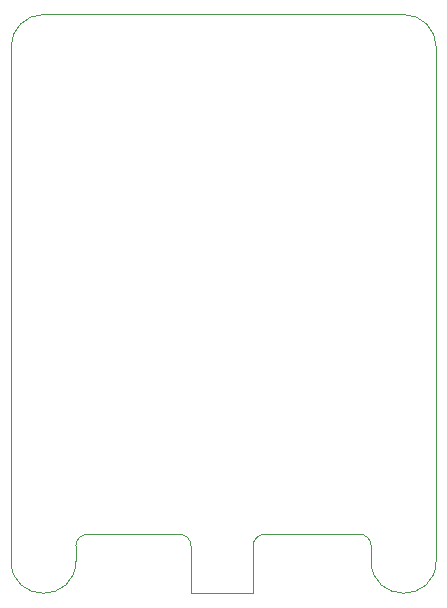
<source format=gbr>
%TF.GenerationSoftware,KiCad,Pcbnew,(6.0.10)*%
%TF.CreationDate,2023-01-02T18:22:58+01:00*%
%TF.ProjectId,sniffer,736e6966-6665-4722-9e6b-696361645f70,rev?*%
%TF.SameCoordinates,Original*%
%TF.FileFunction,Profile,NP*%
%FSLAX46Y46*%
G04 Gerber Fmt 4.6, Leading zero omitted, Abs format (unit mm)*
G04 Created by KiCad (PCBNEW (6.0.10)) date 2023-01-02 18:22:58*
%MOMM*%
%LPD*%
G01*
G04 APERTURE LIST*
%TA.AperFunction,Profile*%
%ADD10C,0.050000*%
%TD*%
G04 APERTURE END LIST*
D10*
X82800000Y-123250000D02*
G75*
G03*
X88300000Y-123250000I2750000J0D01*
G01*
X113300000Y-123250000D02*
G75*
G03*
X118800000Y-123250000I2750000J0D01*
G01*
X118800000Y-79750000D02*
G75*
G03*
X116050000Y-77000000I-2750000J0D01*
G01*
X85550000Y-77000000D02*
G75*
G03*
X82800000Y-79750000I0J-2750000D01*
G01*
X113300000Y-122000000D02*
G75*
G03*
X112300000Y-121000000I-1000000J0D01*
G01*
X104300000Y-121000000D02*
G75*
G03*
X103300000Y-122000000I0J-1000000D01*
G01*
X98050000Y-122000000D02*
G75*
G03*
X97050000Y-121000000I-1000000J0D01*
G01*
X89300000Y-121000000D02*
G75*
G03*
X88300000Y-122000000I0J-1000000D01*
G01*
X89300000Y-121000000D02*
X97050000Y-121000000D01*
X88300000Y-123250000D02*
X88300000Y-122000000D01*
X113300000Y-122000000D02*
X113300000Y-123250000D01*
X104300000Y-121000000D02*
X112300000Y-121000000D01*
X103300000Y-126000000D02*
X103300000Y-122000000D01*
X98050000Y-126000000D02*
X103300000Y-126000000D01*
X98050000Y-122000000D02*
X98050000Y-126000000D01*
X82800000Y-123250000D02*
X82800000Y-79750000D01*
X118800000Y-79750000D02*
X118800000Y-123250000D01*
X85550000Y-77000000D02*
X116050000Y-77000000D01*
M02*

</source>
